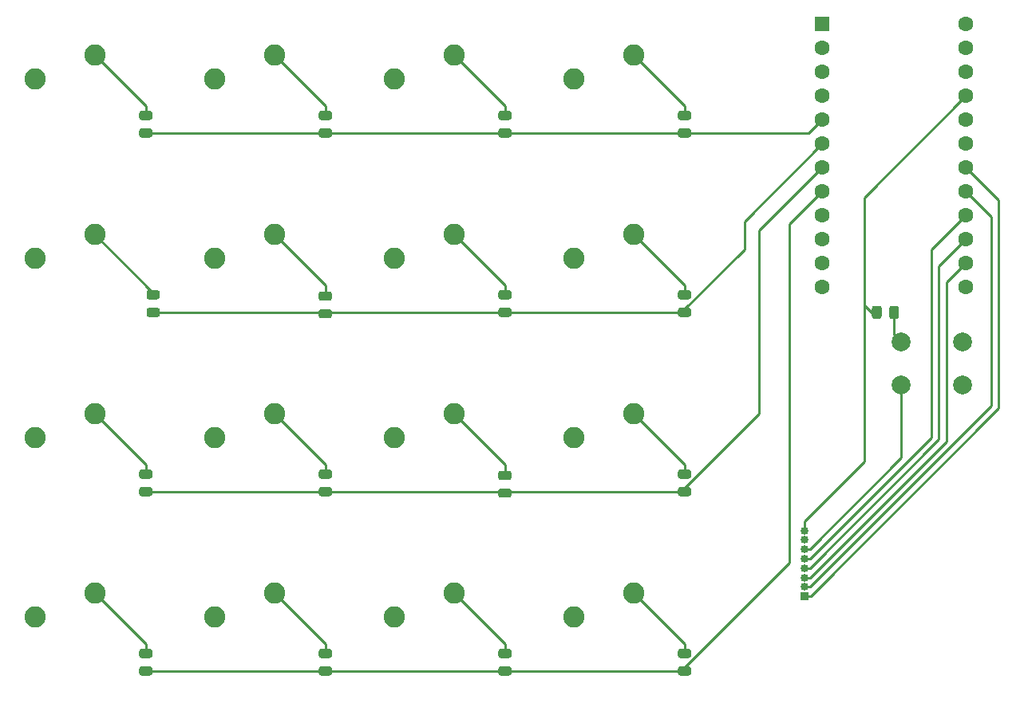
<source format=gtl>
G04 #@! TF.GenerationSoftware,KiCad,Pcbnew,(5.1.9-0-10_14)*
G04 #@! TF.CreationDate,2021-01-09T15:36:31-06:00*
G04 #@! TF.ProjectId,16-key,31362d6b-6579-42e6-9b69-6361645f7063,rev?*
G04 #@! TF.SameCoordinates,Original*
G04 #@! TF.FileFunction,Copper,L1,Top*
G04 #@! TF.FilePolarity,Positive*
%FSLAX46Y46*%
G04 Gerber Fmt 4.6, Leading zero omitted, Abs format (unit mm)*
G04 Created by KiCad (PCBNEW (5.1.9-0-10_14)) date 2021-01-09 15:36:31*
%MOMM*%
%LPD*%
G01*
G04 APERTURE LIST*
G04 #@! TA.AperFunction,ComponentPad*
%ADD10O,0.850000X0.850000*%
G04 #@! TD*
G04 #@! TA.AperFunction,ComponentPad*
%ADD11R,0.850000X0.850000*%
G04 #@! TD*
G04 #@! TA.AperFunction,ComponentPad*
%ADD12C,1.600000*%
G04 #@! TD*
G04 #@! TA.AperFunction,ComponentPad*
%ADD13R,1.600000X1.600000*%
G04 #@! TD*
G04 #@! TA.AperFunction,ComponentPad*
%ADD14C,2.000000*%
G04 #@! TD*
G04 #@! TA.AperFunction,ComponentPad*
%ADD15C,2.250000*%
G04 #@! TD*
G04 #@! TA.AperFunction,Conductor*
%ADD16C,0.250000*%
G04 #@! TD*
G04 APERTURE END LIST*
G04 #@! TO.P,R1,2*
G04 #@! TO.N,+5V*
G04 #@! TA.AperFunction,SMDPad,CuDef*
G36*
G01*
X182043750Y-55112499D02*
X182043750Y-56012501D01*
G75*
G02*
X181793751Y-56262500I-249999J0D01*
G01*
X181268749Y-56262500D01*
G75*
G02*
X181018750Y-56012501I0J249999D01*
G01*
X181018750Y-55112499D01*
G75*
G02*
X181268749Y-54862500I249999J0D01*
G01*
X181793751Y-54862500D01*
G75*
G02*
X182043750Y-55112499I0J-249999D01*
G01*
G37*
G04 #@! TD.AperFunction*
G04 #@! TO.P,R1,1*
G04 #@! TO.N,Net-(R1-Pad1)*
G04 #@! TA.AperFunction,SMDPad,CuDef*
G36*
G01*
X183868750Y-55112499D02*
X183868750Y-56012501D01*
G75*
G02*
X183618751Y-56262500I-249999J0D01*
G01*
X183093749Y-56262500D01*
G75*
G02*
X182843750Y-56012501I0J249999D01*
G01*
X182843750Y-55112499D01*
G75*
G02*
X183093749Y-54862500I249999J0D01*
G01*
X183618751Y-54862500D01*
G75*
G02*
X183868750Y-55112499I0J-249999D01*
G01*
G37*
G04 #@! TD.AperFunction*
G04 #@! TD*
D10*
G04 #@! TO.P,MICROSD1,8*
G04 #@! TO.N,+5V*
X173831250Y-78725000D03*
G04 #@! TO.P,MICROSD1,7*
G04 #@! TO.N,3V*
X173831250Y-79725000D03*
G04 #@! TO.P,MICROSD1,6*
G04 #@! TO.N,GND*
X173831250Y-80725000D03*
G04 #@! TO.P,MICROSD1,5*
G04 #@! TO.N,CLK*
X173831250Y-81725000D03*
G04 #@! TO.P,MICROSD1,4*
G04 #@! TO.N,DO*
X173831250Y-82725000D03*
G04 #@! TO.P,MICROSD1,3*
G04 #@! TO.N,DI*
X173831250Y-83725000D03*
G04 #@! TO.P,MICROSD1,2*
G04 #@! TO.N,CS*
X173831250Y-84725000D03*
D11*
G04 #@! TO.P,MICROSD1,1*
G04 #@! TO.N,CO*
X173831250Y-85725000D03*
G04 #@! TD*
D12*
G04 #@! TO.P,U1,24*
G04 #@! TO.N,Net-(U1-Pad24)*
X190976250Y-24923750D03*
G04 #@! TO.P,U1,23*
G04 #@! TO.N,GND*
X190976250Y-27463750D03*
G04 #@! TO.P,U1,22*
G04 #@! TO.N,Net-(R1-Pad1)*
X190976250Y-30003750D03*
G04 #@! TO.P,U1,21*
G04 #@! TO.N,+5V*
X190976250Y-32543750D03*
G04 #@! TO.P,U1,20*
G04 #@! TO.N,Net-(U1-Pad20)*
X190976250Y-35083750D03*
G04 #@! TO.P,U1,19*
G04 #@! TO.N,Net-(U1-Pad19)*
X190976250Y-37623750D03*
G04 #@! TO.P,U1,18*
G04 #@! TO.N,CO*
X190976250Y-40163750D03*
G04 #@! TO.P,U1,17*
G04 #@! TO.N,CS*
X190976250Y-42703750D03*
G04 #@! TO.P,U1,16*
G04 #@! TO.N,CLK*
X190976250Y-45243750D03*
G04 #@! TO.P,U1,15*
G04 #@! TO.N,DO*
X190976250Y-47783750D03*
G04 #@! TO.P,U1,14*
G04 #@! TO.N,DI*
X190976250Y-50323750D03*
G04 #@! TO.P,U1,13*
G04 #@! TO.N,Net-(U1-Pad13)*
X190976250Y-52863750D03*
G04 #@! TO.P,U1,12*
G04 #@! TO.N,Net-(U1-Pad12)*
X175736250Y-52863750D03*
G04 #@! TO.P,U1,11*
G04 #@! TO.N,Net-(U1-Pad11)*
X175736250Y-50323750D03*
G04 #@! TO.P,U1,10*
G04 #@! TO.N,Net-(U1-Pad10)*
X175736250Y-47783750D03*
G04 #@! TO.P,U1,9*
G04 #@! TO.N,Net-(U1-Pad9)*
X175736250Y-45243750D03*
G04 #@! TO.P,U1,8*
G04 #@! TO.N,Net-(U1-Pad8)*
X175736250Y-42703750D03*
G04 #@! TO.P,U1,7*
G04 #@! TO.N,Net-(U1-Pad7)*
X175736250Y-40163750D03*
G04 #@! TO.P,U1,6*
G04 #@! TO.N,Net-(U1-Pad6)*
X175736250Y-37623750D03*
G04 #@! TO.P,U1,5*
G04 #@! TO.N,Net-(U1-Pad5)*
X175736250Y-35083750D03*
G04 #@! TO.P,U1,4*
G04 #@! TO.N,GND*
X175736250Y-32543750D03*
G04 #@! TO.P,U1,3*
X175736250Y-30003750D03*
G04 #@! TO.P,U1,2*
G04 #@! TO.N,Net-(U1-Pad2)*
X175736250Y-27463750D03*
D13*
G04 #@! TO.P,U1,1*
G04 #@! TO.N,Net-(U1-Pad1)*
X175736250Y-24923750D03*
G04 #@! TD*
D14*
G04 #@! TO.P,RESET1,1*
G04 #@! TO.N,Net-(R1-Pad1)*
X190650000Y-58737500D03*
G04 #@! TO.P,RESET1,2*
G04 #@! TO.N,GND*
X190650000Y-63237500D03*
G04 #@! TO.P,RESET1,1*
G04 #@! TO.N,Net-(R1-Pad1)*
X184150000Y-58737500D03*
G04 #@! TO.P,RESET1,2*
G04 #@! TO.N,GND*
X184150000Y-63237500D03*
G04 #@! TD*
D15*
G04 #@! TO.P,MX16,2*
G04 #@! TO.N,Net-(D16-Pad2)*
X155733750Y-85407500D03*
G04 #@! TO.P,MX16,1*
G04 #@! TO.N,COL3*
X149383750Y-87947500D03*
G04 #@! TD*
G04 #@! TO.P,MX15,2*
G04 #@! TO.N,Net-(D15-Pad2)*
X136683750Y-85407500D03*
G04 #@! TO.P,MX15,1*
G04 #@! TO.N,COL2*
X130333750Y-87947500D03*
G04 #@! TD*
G04 #@! TO.P,MX14,2*
G04 #@! TO.N,Net-(D14-Pad2)*
X117633750Y-85407500D03*
G04 #@! TO.P,MX14,1*
G04 #@! TO.N,COL1*
X111283750Y-87947500D03*
G04 #@! TD*
G04 #@! TO.P,MX13,2*
G04 #@! TO.N,Net-(D13-Pad2)*
X98583750Y-85407500D03*
G04 #@! TO.P,MX13,1*
G04 #@! TO.N,COL0*
X92233750Y-87947500D03*
G04 #@! TD*
G04 #@! TO.P,MX12,2*
G04 #@! TO.N,Net-(D12-Pad2)*
X155733750Y-66357500D03*
G04 #@! TO.P,MX12,1*
G04 #@! TO.N,COL3*
X149383750Y-68897500D03*
G04 #@! TD*
G04 #@! TO.P,MX11,2*
G04 #@! TO.N,Net-(D11-Pad2)*
X136683750Y-66357500D03*
G04 #@! TO.P,MX11,1*
G04 #@! TO.N,COL2*
X130333750Y-68897500D03*
G04 #@! TD*
G04 #@! TO.P,MX10,2*
G04 #@! TO.N,Net-(D10-Pad2)*
X117633750Y-66357500D03*
G04 #@! TO.P,MX10,1*
G04 #@! TO.N,COL1*
X111283750Y-68897500D03*
G04 #@! TD*
G04 #@! TO.P,MX9,2*
G04 #@! TO.N,Net-(D9-Pad2)*
X98583750Y-66357500D03*
G04 #@! TO.P,MX9,1*
G04 #@! TO.N,COL0*
X92233750Y-68897500D03*
G04 #@! TD*
G04 #@! TO.P,MX8,2*
G04 #@! TO.N,Net-(D8-Pad2)*
X155733750Y-47307500D03*
G04 #@! TO.P,MX8,1*
G04 #@! TO.N,COL3*
X149383750Y-49847500D03*
G04 #@! TD*
G04 #@! TO.P,MX7,2*
G04 #@! TO.N,Net-(D7-Pad2)*
X136683750Y-47307500D03*
G04 #@! TO.P,MX7,1*
G04 #@! TO.N,COL2*
X130333750Y-49847500D03*
G04 #@! TD*
G04 #@! TO.P,MX6,2*
G04 #@! TO.N,Net-(D6-Pad2)*
X117633750Y-47307500D03*
G04 #@! TO.P,MX6,1*
G04 #@! TO.N,COL1*
X111283750Y-49847500D03*
G04 #@! TD*
G04 #@! TO.P,MX5,2*
G04 #@! TO.N,Net-(D5-Pad2)*
X98583750Y-47307500D03*
G04 #@! TO.P,MX5,1*
G04 #@! TO.N,COL0*
X92233750Y-49847500D03*
G04 #@! TD*
G04 #@! TO.P,MX4,2*
G04 #@! TO.N,Net-(D4-Pad2)*
X155733750Y-28257500D03*
G04 #@! TO.P,MX4,1*
G04 #@! TO.N,COL3*
X149383750Y-30797500D03*
G04 #@! TD*
G04 #@! TO.P,MX3,2*
G04 #@! TO.N,Net-(D3-Pad2)*
X136683750Y-28257500D03*
G04 #@! TO.P,MX3,1*
G04 #@! TO.N,COL2*
X130333750Y-30797500D03*
G04 #@! TD*
G04 #@! TO.P,MX2,2*
G04 #@! TO.N,Net-(D2-Pad2)*
X117633750Y-28257500D03*
G04 #@! TO.P,MX2,1*
G04 #@! TO.N,COL1*
X111283750Y-30797500D03*
G04 #@! TD*
G04 #@! TO.P,MX1,2*
G04 #@! TO.N,Net-(D1-Pad2)*
X98583750Y-28257500D03*
G04 #@! TO.P,MX1,1*
G04 #@! TO.N,COL0*
X92233750Y-30797500D03*
G04 #@! TD*
G04 #@! TO.P,D16,2*
G04 #@! TO.N,Net-(D16-Pad2)*
G04 #@! TA.AperFunction,SMDPad,CuDef*
G36*
G01*
X161587500Y-92275000D02*
X160675000Y-92275000D01*
G75*
G02*
X160431250Y-92031250I0J243750D01*
G01*
X160431250Y-91543750D01*
G75*
G02*
X160675000Y-91300000I243750J0D01*
G01*
X161587500Y-91300000D01*
G75*
G02*
X161831250Y-91543750I0J-243750D01*
G01*
X161831250Y-92031250D01*
G75*
G02*
X161587500Y-92275000I-243750J0D01*
G01*
G37*
G04 #@! TD.AperFunction*
G04 #@! TO.P,D16,1*
G04 #@! TO.N,ROW3*
G04 #@! TA.AperFunction,SMDPad,CuDef*
G36*
G01*
X161587500Y-94150000D02*
X160675000Y-94150000D01*
G75*
G02*
X160431250Y-93906250I0J243750D01*
G01*
X160431250Y-93418750D01*
G75*
G02*
X160675000Y-93175000I243750J0D01*
G01*
X161587500Y-93175000D01*
G75*
G02*
X161831250Y-93418750I0J-243750D01*
G01*
X161831250Y-93906250D01*
G75*
G02*
X161587500Y-94150000I-243750J0D01*
G01*
G37*
G04 #@! TD.AperFunction*
G04 #@! TD*
G04 #@! TO.P,D15,2*
G04 #@! TO.N,Net-(D15-Pad2)*
G04 #@! TA.AperFunction,SMDPad,CuDef*
G36*
G01*
X142537500Y-92275000D02*
X141625000Y-92275000D01*
G75*
G02*
X141381250Y-92031250I0J243750D01*
G01*
X141381250Y-91543750D01*
G75*
G02*
X141625000Y-91300000I243750J0D01*
G01*
X142537500Y-91300000D01*
G75*
G02*
X142781250Y-91543750I0J-243750D01*
G01*
X142781250Y-92031250D01*
G75*
G02*
X142537500Y-92275000I-243750J0D01*
G01*
G37*
G04 #@! TD.AperFunction*
G04 #@! TO.P,D15,1*
G04 #@! TO.N,ROW3*
G04 #@! TA.AperFunction,SMDPad,CuDef*
G36*
G01*
X142537500Y-94150000D02*
X141625000Y-94150000D01*
G75*
G02*
X141381250Y-93906250I0J243750D01*
G01*
X141381250Y-93418750D01*
G75*
G02*
X141625000Y-93175000I243750J0D01*
G01*
X142537500Y-93175000D01*
G75*
G02*
X142781250Y-93418750I0J-243750D01*
G01*
X142781250Y-93906250D01*
G75*
G02*
X142537500Y-94150000I-243750J0D01*
G01*
G37*
G04 #@! TD.AperFunction*
G04 #@! TD*
G04 #@! TO.P,D14,2*
G04 #@! TO.N,Net-(D14-Pad2)*
G04 #@! TA.AperFunction,SMDPad,CuDef*
G36*
G01*
X123487500Y-92275000D02*
X122575000Y-92275000D01*
G75*
G02*
X122331250Y-92031250I0J243750D01*
G01*
X122331250Y-91543750D01*
G75*
G02*
X122575000Y-91300000I243750J0D01*
G01*
X123487500Y-91300000D01*
G75*
G02*
X123731250Y-91543750I0J-243750D01*
G01*
X123731250Y-92031250D01*
G75*
G02*
X123487500Y-92275000I-243750J0D01*
G01*
G37*
G04 #@! TD.AperFunction*
G04 #@! TO.P,D14,1*
G04 #@! TO.N,ROW3*
G04 #@! TA.AperFunction,SMDPad,CuDef*
G36*
G01*
X123487500Y-94150000D02*
X122575000Y-94150000D01*
G75*
G02*
X122331250Y-93906250I0J243750D01*
G01*
X122331250Y-93418750D01*
G75*
G02*
X122575000Y-93175000I243750J0D01*
G01*
X123487500Y-93175000D01*
G75*
G02*
X123731250Y-93418750I0J-243750D01*
G01*
X123731250Y-93906250D01*
G75*
G02*
X123487500Y-94150000I-243750J0D01*
G01*
G37*
G04 #@! TD.AperFunction*
G04 #@! TD*
G04 #@! TO.P,D13,2*
G04 #@! TO.N,Net-(D13-Pad2)*
G04 #@! TA.AperFunction,SMDPad,CuDef*
G36*
G01*
X104437500Y-92275000D02*
X103525000Y-92275000D01*
G75*
G02*
X103281250Y-92031250I0J243750D01*
G01*
X103281250Y-91543750D01*
G75*
G02*
X103525000Y-91300000I243750J0D01*
G01*
X104437500Y-91300000D01*
G75*
G02*
X104681250Y-91543750I0J-243750D01*
G01*
X104681250Y-92031250D01*
G75*
G02*
X104437500Y-92275000I-243750J0D01*
G01*
G37*
G04 #@! TD.AperFunction*
G04 #@! TO.P,D13,1*
G04 #@! TO.N,ROW3*
G04 #@! TA.AperFunction,SMDPad,CuDef*
G36*
G01*
X104437500Y-94150000D02*
X103525000Y-94150000D01*
G75*
G02*
X103281250Y-93906250I0J243750D01*
G01*
X103281250Y-93418750D01*
G75*
G02*
X103525000Y-93175000I243750J0D01*
G01*
X104437500Y-93175000D01*
G75*
G02*
X104681250Y-93418750I0J-243750D01*
G01*
X104681250Y-93906250D01*
G75*
G02*
X104437500Y-94150000I-243750J0D01*
G01*
G37*
G04 #@! TD.AperFunction*
G04 #@! TD*
G04 #@! TO.P,D12,2*
G04 #@! TO.N,Net-(D12-Pad2)*
G04 #@! TA.AperFunction,SMDPad,CuDef*
G36*
G01*
X161587500Y-73225000D02*
X160675000Y-73225000D01*
G75*
G02*
X160431250Y-72981250I0J243750D01*
G01*
X160431250Y-72493750D01*
G75*
G02*
X160675000Y-72250000I243750J0D01*
G01*
X161587500Y-72250000D01*
G75*
G02*
X161831250Y-72493750I0J-243750D01*
G01*
X161831250Y-72981250D01*
G75*
G02*
X161587500Y-73225000I-243750J0D01*
G01*
G37*
G04 #@! TD.AperFunction*
G04 #@! TO.P,D12,1*
G04 #@! TO.N,ROW2*
G04 #@! TA.AperFunction,SMDPad,CuDef*
G36*
G01*
X161587500Y-75100000D02*
X160675000Y-75100000D01*
G75*
G02*
X160431250Y-74856250I0J243750D01*
G01*
X160431250Y-74368750D01*
G75*
G02*
X160675000Y-74125000I243750J0D01*
G01*
X161587500Y-74125000D01*
G75*
G02*
X161831250Y-74368750I0J-243750D01*
G01*
X161831250Y-74856250D01*
G75*
G02*
X161587500Y-75100000I-243750J0D01*
G01*
G37*
G04 #@! TD.AperFunction*
G04 #@! TD*
G04 #@! TO.P,D11,2*
G04 #@! TO.N,Net-(D11-Pad2)*
G04 #@! TA.AperFunction,SMDPad,CuDef*
G36*
G01*
X142537500Y-73368750D02*
X141625000Y-73368750D01*
G75*
G02*
X141381250Y-73125000I0J243750D01*
G01*
X141381250Y-72637500D01*
G75*
G02*
X141625000Y-72393750I243750J0D01*
G01*
X142537500Y-72393750D01*
G75*
G02*
X142781250Y-72637500I0J-243750D01*
G01*
X142781250Y-73125000D01*
G75*
G02*
X142537500Y-73368750I-243750J0D01*
G01*
G37*
G04 #@! TD.AperFunction*
G04 #@! TO.P,D11,1*
G04 #@! TO.N,ROW2*
G04 #@! TA.AperFunction,SMDPad,CuDef*
G36*
G01*
X142537500Y-75243750D02*
X141625000Y-75243750D01*
G75*
G02*
X141381250Y-75000000I0J243750D01*
G01*
X141381250Y-74512500D01*
G75*
G02*
X141625000Y-74268750I243750J0D01*
G01*
X142537500Y-74268750D01*
G75*
G02*
X142781250Y-74512500I0J-243750D01*
G01*
X142781250Y-75000000D01*
G75*
G02*
X142537500Y-75243750I-243750J0D01*
G01*
G37*
G04 #@! TD.AperFunction*
G04 #@! TD*
G04 #@! TO.P,D10,2*
G04 #@! TO.N,Net-(D10-Pad2)*
G04 #@! TA.AperFunction,SMDPad,CuDef*
G36*
G01*
X123487500Y-73225000D02*
X122575000Y-73225000D01*
G75*
G02*
X122331250Y-72981250I0J243750D01*
G01*
X122331250Y-72493750D01*
G75*
G02*
X122575000Y-72250000I243750J0D01*
G01*
X123487500Y-72250000D01*
G75*
G02*
X123731250Y-72493750I0J-243750D01*
G01*
X123731250Y-72981250D01*
G75*
G02*
X123487500Y-73225000I-243750J0D01*
G01*
G37*
G04 #@! TD.AperFunction*
G04 #@! TO.P,D10,1*
G04 #@! TO.N,ROW2*
G04 #@! TA.AperFunction,SMDPad,CuDef*
G36*
G01*
X123487500Y-75100000D02*
X122575000Y-75100000D01*
G75*
G02*
X122331250Y-74856250I0J243750D01*
G01*
X122331250Y-74368750D01*
G75*
G02*
X122575000Y-74125000I243750J0D01*
G01*
X123487500Y-74125000D01*
G75*
G02*
X123731250Y-74368750I0J-243750D01*
G01*
X123731250Y-74856250D01*
G75*
G02*
X123487500Y-75100000I-243750J0D01*
G01*
G37*
G04 #@! TD.AperFunction*
G04 #@! TD*
G04 #@! TO.P,D9,2*
G04 #@! TO.N,Net-(D9-Pad2)*
G04 #@! TA.AperFunction,SMDPad,CuDef*
G36*
G01*
X104437500Y-73225000D02*
X103525000Y-73225000D01*
G75*
G02*
X103281250Y-72981250I0J243750D01*
G01*
X103281250Y-72493750D01*
G75*
G02*
X103525000Y-72250000I243750J0D01*
G01*
X104437500Y-72250000D01*
G75*
G02*
X104681250Y-72493750I0J-243750D01*
G01*
X104681250Y-72981250D01*
G75*
G02*
X104437500Y-73225000I-243750J0D01*
G01*
G37*
G04 #@! TD.AperFunction*
G04 #@! TO.P,D9,1*
G04 #@! TO.N,ROW2*
G04 #@! TA.AperFunction,SMDPad,CuDef*
G36*
G01*
X104437500Y-75100000D02*
X103525000Y-75100000D01*
G75*
G02*
X103281250Y-74856250I0J243750D01*
G01*
X103281250Y-74368750D01*
G75*
G02*
X103525000Y-74125000I243750J0D01*
G01*
X104437500Y-74125000D01*
G75*
G02*
X104681250Y-74368750I0J-243750D01*
G01*
X104681250Y-74856250D01*
G75*
G02*
X104437500Y-75100000I-243750J0D01*
G01*
G37*
G04 #@! TD.AperFunction*
G04 #@! TD*
G04 #@! TO.P,D8,2*
G04 #@! TO.N,Net-(D8-Pad2)*
G04 #@! TA.AperFunction,SMDPad,CuDef*
G36*
G01*
X161587500Y-54175000D02*
X160675000Y-54175000D01*
G75*
G02*
X160431250Y-53931250I0J243750D01*
G01*
X160431250Y-53443750D01*
G75*
G02*
X160675000Y-53200000I243750J0D01*
G01*
X161587500Y-53200000D01*
G75*
G02*
X161831250Y-53443750I0J-243750D01*
G01*
X161831250Y-53931250D01*
G75*
G02*
X161587500Y-54175000I-243750J0D01*
G01*
G37*
G04 #@! TD.AperFunction*
G04 #@! TO.P,D8,1*
G04 #@! TO.N,ROW1*
G04 #@! TA.AperFunction,SMDPad,CuDef*
G36*
G01*
X161587500Y-56050000D02*
X160675000Y-56050000D01*
G75*
G02*
X160431250Y-55806250I0J243750D01*
G01*
X160431250Y-55318750D01*
G75*
G02*
X160675000Y-55075000I243750J0D01*
G01*
X161587500Y-55075000D01*
G75*
G02*
X161831250Y-55318750I0J-243750D01*
G01*
X161831250Y-55806250D01*
G75*
G02*
X161587500Y-56050000I-243750J0D01*
G01*
G37*
G04 #@! TD.AperFunction*
G04 #@! TD*
G04 #@! TO.P,D7,2*
G04 #@! TO.N,Net-(D7-Pad2)*
G04 #@! TA.AperFunction,SMDPad,CuDef*
G36*
G01*
X142537500Y-54175000D02*
X141625000Y-54175000D01*
G75*
G02*
X141381250Y-53931250I0J243750D01*
G01*
X141381250Y-53443750D01*
G75*
G02*
X141625000Y-53200000I243750J0D01*
G01*
X142537500Y-53200000D01*
G75*
G02*
X142781250Y-53443750I0J-243750D01*
G01*
X142781250Y-53931250D01*
G75*
G02*
X142537500Y-54175000I-243750J0D01*
G01*
G37*
G04 #@! TD.AperFunction*
G04 #@! TO.P,D7,1*
G04 #@! TO.N,ROW1*
G04 #@! TA.AperFunction,SMDPad,CuDef*
G36*
G01*
X142537500Y-56050000D02*
X141625000Y-56050000D01*
G75*
G02*
X141381250Y-55806250I0J243750D01*
G01*
X141381250Y-55318750D01*
G75*
G02*
X141625000Y-55075000I243750J0D01*
G01*
X142537500Y-55075000D01*
G75*
G02*
X142781250Y-55318750I0J-243750D01*
G01*
X142781250Y-55806250D01*
G75*
G02*
X142537500Y-56050000I-243750J0D01*
G01*
G37*
G04 #@! TD.AperFunction*
G04 #@! TD*
G04 #@! TO.P,D6,2*
G04 #@! TO.N,Net-(D6-Pad2)*
G04 #@! TA.AperFunction,SMDPad,CuDef*
G36*
G01*
X123487500Y-54318750D02*
X122575000Y-54318750D01*
G75*
G02*
X122331250Y-54075000I0J243750D01*
G01*
X122331250Y-53587500D01*
G75*
G02*
X122575000Y-53343750I243750J0D01*
G01*
X123487500Y-53343750D01*
G75*
G02*
X123731250Y-53587500I0J-243750D01*
G01*
X123731250Y-54075000D01*
G75*
G02*
X123487500Y-54318750I-243750J0D01*
G01*
G37*
G04 #@! TD.AperFunction*
G04 #@! TO.P,D6,1*
G04 #@! TO.N,ROW1*
G04 #@! TA.AperFunction,SMDPad,CuDef*
G36*
G01*
X123487500Y-56193750D02*
X122575000Y-56193750D01*
G75*
G02*
X122331250Y-55950000I0J243750D01*
G01*
X122331250Y-55462500D01*
G75*
G02*
X122575000Y-55218750I243750J0D01*
G01*
X123487500Y-55218750D01*
G75*
G02*
X123731250Y-55462500I0J-243750D01*
G01*
X123731250Y-55950000D01*
G75*
G02*
X123487500Y-56193750I-243750J0D01*
G01*
G37*
G04 #@! TD.AperFunction*
G04 #@! TD*
G04 #@! TO.P,D5,2*
G04 #@! TO.N,Net-(D5-Pad2)*
G04 #@! TA.AperFunction,SMDPad,CuDef*
G36*
G01*
X105231250Y-54175000D02*
X104318750Y-54175000D01*
G75*
G02*
X104075000Y-53931250I0J243750D01*
G01*
X104075000Y-53443750D01*
G75*
G02*
X104318750Y-53200000I243750J0D01*
G01*
X105231250Y-53200000D01*
G75*
G02*
X105475000Y-53443750I0J-243750D01*
G01*
X105475000Y-53931250D01*
G75*
G02*
X105231250Y-54175000I-243750J0D01*
G01*
G37*
G04 #@! TD.AperFunction*
G04 #@! TO.P,D5,1*
G04 #@! TO.N,ROW1*
G04 #@! TA.AperFunction,SMDPad,CuDef*
G36*
G01*
X105231250Y-56050000D02*
X104318750Y-56050000D01*
G75*
G02*
X104075000Y-55806250I0J243750D01*
G01*
X104075000Y-55318750D01*
G75*
G02*
X104318750Y-55075000I243750J0D01*
G01*
X105231250Y-55075000D01*
G75*
G02*
X105475000Y-55318750I0J-243750D01*
G01*
X105475000Y-55806250D01*
G75*
G02*
X105231250Y-56050000I-243750J0D01*
G01*
G37*
G04 #@! TD.AperFunction*
G04 #@! TD*
G04 #@! TO.P,D4,2*
G04 #@! TO.N,Net-(D4-Pad2)*
G04 #@! TA.AperFunction,SMDPad,CuDef*
G36*
G01*
X161587500Y-35125000D02*
X160675000Y-35125000D01*
G75*
G02*
X160431250Y-34881250I0J243750D01*
G01*
X160431250Y-34393750D01*
G75*
G02*
X160675000Y-34150000I243750J0D01*
G01*
X161587500Y-34150000D01*
G75*
G02*
X161831250Y-34393750I0J-243750D01*
G01*
X161831250Y-34881250D01*
G75*
G02*
X161587500Y-35125000I-243750J0D01*
G01*
G37*
G04 #@! TD.AperFunction*
G04 #@! TO.P,D4,1*
G04 #@! TO.N,ROW0*
G04 #@! TA.AperFunction,SMDPad,CuDef*
G36*
G01*
X161587500Y-37000000D02*
X160675000Y-37000000D01*
G75*
G02*
X160431250Y-36756250I0J243750D01*
G01*
X160431250Y-36268750D01*
G75*
G02*
X160675000Y-36025000I243750J0D01*
G01*
X161587500Y-36025000D01*
G75*
G02*
X161831250Y-36268750I0J-243750D01*
G01*
X161831250Y-36756250D01*
G75*
G02*
X161587500Y-37000000I-243750J0D01*
G01*
G37*
G04 #@! TD.AperFunction*
G04 #@! TD*
G04 #@! TO.P,D3,2*
G04 #@! TO.N,Net-(D3-Pad2)*
G04 #@! TA.AperFunction,SMDPad,CuDef*
G36*
G01*
X142537500Y-35125000D02*
X141625000Y-35125000D01*
G75*
G02*
X141381250Y-34881250I0J243750D01*
G01*
X141381250Y-34393750D01*
G75*
G02*
X141625000Y-34150000I243750J0D01*
G01*
X142537500Y-34150000D01*
G75*
G02*
X142781250Y-34393750I0J-243750D01*
G01*
X142781250Y-34881250D01*
G75*
G02*
X142537500Y-35125000I-243750J0D01*
G01*
G37*
G04 #@! TD.AperFunction*
G04 #@! TO.P,D3,1*
G04 #@! TO.N,ROW0*
G04 #@! TA.AperFunction,SMDPad,CuDef*
G36*
G01*
X142537500Y-37000000D02*
X141625000Y-37000000D01*
G75*
G02*
X141381250Y-36756250I0J243750D01*
G01*
X141381250Y-36268750D01*
G75*
G02*
X141625000Y-36025000I243750J0D01*
G01*
X142537500Y-36025000D01*
G75*
G02*
X142781250Y-36268750I0J-243750D01*
G01*
X142781250Y-36756250D01*
G75*
G02*
X142537500Y-37000000I-243750J0D01*
G01*
G37*
G04 #@! TD.AperFunction*
G04 #@! TD*
G04 #@! TO.P,D2,2*
G04 #@! TO.N,Net-(D2-Pad2)*
G04 #@! TA.AperFunction,SMDPad,CuDef*
G36*
G01*
X123487500Y-35125000D02*
X122575000Y-35125000D01*
G75*
G02*
X122331250Y-34881250I0J243750D01*
G01*
X122331250Y-34393750D01*
G75*
G02*
X122575000Y-34150000I243750J0D01*
G01*
X123487500Y-34150000D01*
G75*
G02*
X123731250Y-34393750I0J-243750D01*
G01*
X123731250Y-34881250D01*
G75*
G02*
X123487500Y-35125000I-243750J0D01*
G01*
G37*
G04 #@! TD.AperFunction*
G04 #@! TO.P,D2,1*
G04 #@! TO.N,ROW0*
G04 #@! TA.AperFunction,SMDPad,CuDef*
G36*
G01*
X123487500Y-37000000D02*
X122575000Y-37000000D01*
G75*
G02*
X122331250Y-36756250I0J243750D01*
G01*
X122331250Y-36268750D01*
G75*
G02*
X122575000Y-36025000I243750J0D01*
G01*
X123487500Y-36025000D01*
G75*
G02*
X123731250Y-36268750I0J-243750D01*
G01*
X123731250Y-36756250D01*
G75*
G02*
X123487500Y-37000000I-243750J0D01*
G01*
G37*
G04 #@! TD.AperFunction*
G04 #@! TD*
G04 #@! TO.P,D1,2*
G04 #@! TO.N,Net-(D1-Pad2)*
G04 #@! TA.AperFunction,SMDPad,CuDef*
G36*
G01*
X104437500Y-35125000D02*
X103525000Y-35125000D01*
G75*
G02*
X103281250Y-34881250I0J243750D01*
G01*
X103281250Y-34393750D01*
G75*
G02*
X103525000Y-34150000I243750J0D01*
G01*
X104437500Y-34150000D01*
G75*
G02*
X104681250Y-34393750I0J-243750D01*
G01*
X104681250Y-34881250D01*
G75*
G02*
X104437500Y-35125000I-243750J0D01*
G01*
G37*
G04 #@! TD.AperFunction*
G04 #@! TO.P,D1,1*
G04 #@! TO.N,ROW0*
G04 #@! TA.AperFunction,SMDPad,CuDef*
G36*
G01*
X104437500Y-37000000D02*
X103525000Y-37000000D01*
G75*
G02*
X103281250Y-36756250I0J243750D01*
G01*
X103281250Y-36268750D01*
G75*
G02*
X103525000Y-36025000I243750J0D01*
G01*
X104437500Y-36025000D01*
G75*
G02*
X104681250Y-36268750I0J-243750D01*
G01*
X104681250Y-36756250D01*
G75*
G02*
X104437500Y-37000000I-243750J0D01*
G01*
G37*
G04 #@! TD.AperFunction*
G04 #@! TD*
D16*
G04 #@! TO.N,Net-(D1-Pad2)*
X103981250Y-33655000D02*
X103981250Y-34131250D01*
X98583750Y-28257500D02*
X103981250Y-33655000D01*
X103981250Y-34131250D02*
X103981250Y-34637500D01*
G04 #@! TO.N,ROW0*
X174307500Y-36512500D02*
X175736250Y-35083750D01*
X103981250Y-36512500D02*
X174307500Y-36512500D01*
G04 #@! TO.N,Net-(D2-Pad2)*
X123031250Y-33655000D02*
X123031250Y-34637500D01*
X117633750Y-28257500D02*
X123031250Y-33655000D01*
G04 #@! TO.N,Net-(D3-Pad2)*
X142081250Y-33655000D02*
X142081250Y-34637500D01*
X136683750Y-28257500D02*
X142081250Y-33655000D01*
G04 #@! TO.N,Net-(D4-Pad2)*
X161131250Y-33655000D02*
X161131250Y-34637500D01*
X155733750Y-28257500D02*
X161131250Y-33655000D01*
G04 #@! TO.N,Net-(D5-Pad2)*
X104775000Y-53498750D02*
X104775000Y-53687500D01*
X98583750Y-47307500D02*
X104775000Y-53498750D01*
G04 #@! TO.N,ROW1*
X160760600Y-55562500D02*
X167481250Y-48841850D01*
X104775000Y-55562500D02*
X160760600Y-55562500D01*
X167481250Y-45878750D02*
X175736250Y-37623750D01*
X167481250Y-48841850D02*
X167481250Y-45878750D01*
G04 #@! TO.N,Net-(D6-Pad2)*
X123031250Y-52705000D02*
X123031250Y-53831250D01*
X117633750Y-47307500D02*
X123031250Y-52705000D01*
G04 #@! TO.N,Net-(D7-Pad2)*
X142081250Y-52705000D02*
X142081250Y-53687500D01*
X136683750Y-47307500D02*
X142081250Y-52705000D01*
G04 #@! TO.N,Net-(D8-Pad2)*
X161131250Y-52705000D02*
X161131250Y-53687500D01*
X155733750Y-47307500D02*
X161131250Y-52705000D01*
G04 #@! TO.N,Net-(D9-Pad2)*
X103981250Y-71755000D02*
X103981250Y-72737500D01*
X98583750Y-66357500D02*
X103981250Y-71755000D01*
G04 #@! TO.N,ROW2*
X160760600Y-74612500D02*
X169068750Y-66304350D01*
X103981250Y-74612500D02*
X160760600Y-74612500D01*
X169068750Y-46831250D02*
X175736250Y-40163750D01*
X169068750Y-66304350D02*
X169068750Y-46831250D01*
G04 #@! TO.N,Net-(D10-Pad2)*
X123031250Y-71755000D02*
X123031250Y-72737500D01*
X117633750Y-66357500D02*
X123031250Y-71755000D01*
G04 #@! TO.N,Net-(D11-Pad2)*
X142081250Y-71755000D02*
X142081250Y-72881250D01*
X136683750Y-66357500D02*
X142081250Y-71755000D01*
G04 #@! TO.N,Net-(D12-Pad2)*
X161131250Y-71755000D02*
X161131250Y-72737500D01*
X155733750Y-66357500D02*
X161131250Y-71755000D01*
G04 #@! TO.N,Net-(D13-Pad2)*
X103981250Y-90805000D02*
X103981250Y-91787500D01*
X98583750Y-85407500D02*
X103981250Y-90805000D01*
G04 #@! TO.N,ROW3*
X160760600Y-93662500D02*
X172243750Y-82179350D01*
X103981250Y-93662500D02*
X160760600Y-93662500D01*
X172243750Y-46196250D02*
X175736250Y-42703750D01*
X172243750Y-82179350D02*
X172243750Y-46196250D01*
G04 #@! TO.N,Net-(D14-Pad2)*
X123031250Y-90805000D02*
X123031250Y-91787500D01*
X117633750Y-85407500D02*
X123031250Y-90805000D01*
G04 #@! TO.N,Net-(D15-Pad2)*
X142081250Y-90805000D02*
X142081250Y-91787500D01*
X136683750Y-85407500D02*
X142081250Y-90805000D01*
G04 #@! TO.N,Net-(D16-Pad2)*
X161131250Y-90805000D02*
X161131250Y-91787500D01*
X155733750Y-85407500D02*
X161131250Y-90805000D01*
G04 #@! TO.N,GND*
X174432290Y-80725000D02*
X184150000Y-71007290D01*
X184150000Y-71007290D02*
X184150000Y-63237500D01*
X173831250Y-80725000D02*
X174432290Y-80725000D01*
G04 #@! TO.N,CS*
X174432290Y-84725000D02*
X193675000Y-65482290D01*
X173831250Y-84725000D02*
X174432290Y-84725000D01*
X193675000Y-45402500D02*
X190976250Y-42703750D01*
X193675000Y-65482290D02*
X193675000Y-45402500D01*
G04 #@! TO.N,CLK*
X174432290Y-81725000D02*
X187325000Y-68832290D01*
X173831250Y-81725000D02*
X174432290Y-81725000D01*
X187325000Y-48895000D02*
X190976250Y-45243750D01*
X187325000Y-68832290D02*
X187325000Y-48895000D01*
G04 #@! TO.N,DI*
X174432290Y-83725000D02*
X188912500Y-69244790D01*
X173831250Y-83725000D02*
X174432290Y-83725000D01*
X188912500Y-52387500D02*
X190976250Y-50323750D01*
X188912500Y-69244790D02*
X188912500Y-52387500D01*
G04 #@! TO.N,DO*
X174432290Y-82725000D02*
X188118750Y-69038540D01*
X173831250Y-82725000D02*
X174432290Y-82725000D01*
X188118750Y-50641250D02*
X190976250Y-47783750D01*
X188118750Y-69038540D02*
X188118750Y-50641250D01*
G04 #@! TO.N,+5V*
X173831250Y-78725000D02*
X173831250Y-77787500D01*
X173831250Y-77787500D02*
X180181250Y-71437500D01*
X180181250Y-43338750D02*
X190976250Y-32543750D01*
X181531250Y-55562500D02*
X180975000Y-55562500D01*
X180181250Y-54768750D02*
X180181250Y-43338750D01*
X180975000Y-55562500D02*
X180181250Y-54768750D01*
X180181250Y-71437500D02*
X180181250Y-54768750D01*
G04 #@! TO.N,CO*
X174506250Y-85725000D02*
X194468750Y-65762500D01*
X173831250Y-85725000D02*
X174506250Y-85725000D01*
X194468750Y-43656250D02*
X190976250Y-40163750D01*
X194468750Y-65762500D02*
X194468750Y-43656250D01*
G04 #@! TO.N,Net-(R1-Pad1)*
X183356250Y-57943750D02*
X184150000Y-58737500D01*
X183356250Y-55562500D02*
X183356250Y-57943750D01*
G04 #@! TD*
M02*

</source>
